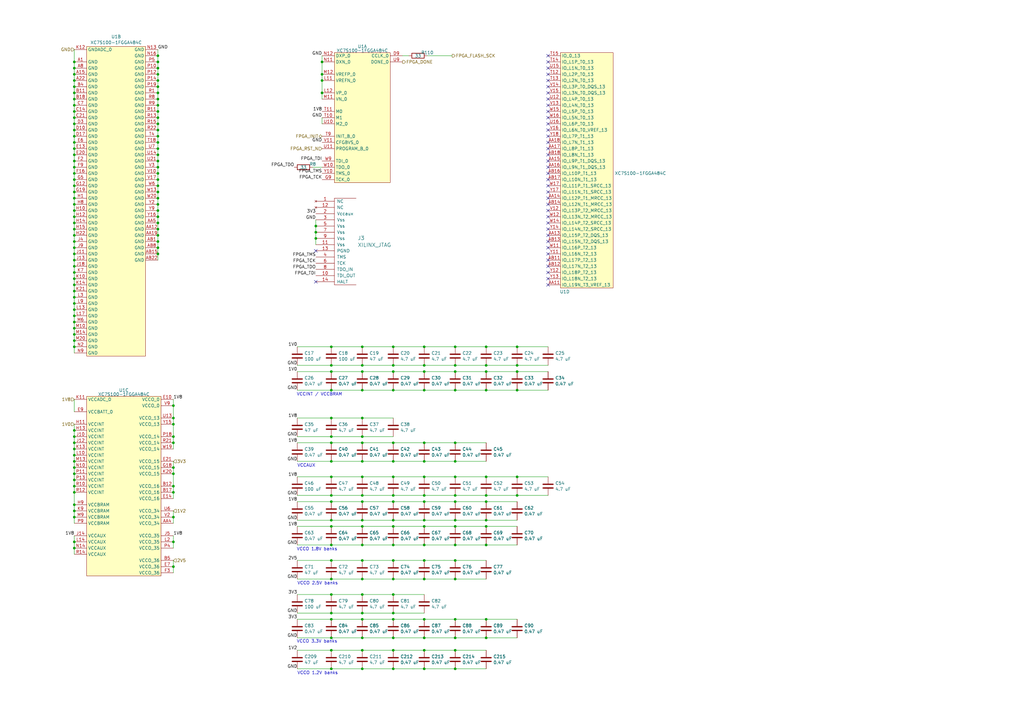
<source format=kicad_sch>
(kicad_sch (version 20231120) (generator "eeschema") (generator_version "8.0")
  (paper "A3")
  (title_block (title "DUMPTRUCK flash dumper") (date "2024-10-20") (rev "0.1") (company "Antikernel Labs") (comment 1 "Andrew D. Zonenberg"))
  (junction (at 64.77 40.64))
  (junction (at 30.48 111.76))
  (junction (at 71.12 173.99))
  (junction (at 148.59 243.84))
  (junction (at 135.89 229.87))
  (junction (at 173.99 254))
  (junction (at 30.48 55.88))
  (junction (at 148.59 251.46))
  (junction (at 135.89 213.36))
  (junction (at 135.89 149.86))
  (junction (at 161.29 237.49))
  (junction (at 64.77 99.06))
  (junction (at 64.77 88.9))
  (junction (at 199.39 152.4))
  (junction (at 173.99 266.7))
  (junction (at 199.39 261.62))
  (junction (at 148.59 179.07))
  (junction (at 135.89 266.7))
  (junction (at 148.59 223.52))
  (junction (at 64.77 91.44))
  (junction (at 186.69 266.7))
  (junction (at 64.77 78.74))
  (junction (at 64.77 30.48))
  (junction (at 30.48 48.26))
  (junction (at 64.77 86.36))
  (junction (at 132.08 30.48))
  (junction (at 161.29 223.52))
  (junction (at 64.77 71.12))
  (junction (at 148.59 203.2))
  (junction (at 212.09 149.86))
  (junction (at 173.99 181.61))
  (junction (at 186.69 261.62))
  (junction (at 71.12 191.77))
  (junction (at 186.69 237.49))
  (junction (at 161.29 203.2))
  (junction (at 161.29 229.87))
  (junction (at 64.77 81.28))
  (junction (at 30.48 109.22))
  (junction (at 212.09 195.58))
  (junction (at 199.39 142.24))
  (junction (at 30.48 71.12))
  (junction (at 30.48 194.31))
  (junction (at 64.77 66.04))
  (junction (at 173.99 152.4))
  (junction (at 148.59 181.61))
  (junction (at 30.48 176.53))
  (junction (at 135.89 189.23))
  (junction (at 135.89 215.9))
  (junction (at 30.48 30.48))
  (junction (at 135.89 181.61))
  (junction (at 30.48 50.8))
  (junction (at 30.48 58.42))
  (junction (at 30.48 35.56))
  (junction (at 199.39 149.86))
  (junction (at 30.48 119.38))
  (junction (at 64.77 101.6))
  (junction (at 148.59 266.7))
  (junction (at 186.69 152.4))
  (junction (at 30.48 53.34))
  (junction (at 30.48 27.94))
  (junction (at 71.12 201.93))
  (junction (at 30.48 99.06))
  (junction (at 64.77 58.42))
  (junction (at 148.59 274.32))
  (junction (at 30.48 139.7))
  (junction (at 30.48 191.77))
  (junction (at 186.69 223.52))
  (junction (at 30.48 142.24))
  (junction (at 30.48 222.25))
  (junction (at 30.48 186.69))
  (junction (at 135.89 160.02))
  (junction (at 64.77 50.8))
  (junction (at 64.77 48.26))
  (junction (at 186.69 189.23))
  (junction (at 30.48 129.54))
  (junction (at 186.69 149.86))
  (junction (at 186.69 254))
  (junction (at 129.54 92.71))
  (junction (at 30.48 88.9))
  (junction (at 173.99 274.32))
  (junction (at 199.39 205.74))
  (junction (at 212.09 160.02))
  (junction (at 30.48 209.55))
  (junction (at 212.09 152.4))
  (junction (at 173.99 195.58))
  (junction (at 30.48 78.74))
  (junction (at 132.08 33.02))
  (junction (at 173.99 229.87))
  (junction (at 186.69 205.74))
  (junction (at 199.39 203.2))
  (junction (at 64.77 76.2))
  (junction (at 30.48 45.72))
  (junction (at 148.59 205.74))
  (junction (at 30.48 134.62))
  (junction (at 64.77 22.86))
  (junction (at 30.48 124.46))
  (junction (at 64.77 96.52))
  (junction (at 30.48 40.64))
  (junction (at 148.59 160.02))
  (junction (at 30.48 104.14))
  (junction (at 135.89 203.2))
  (junction (at 30.48 86.36))
  (junction (at 30.48 38.1))
  (junction (at 135.89 195.58))
  (junction (at 30.48 201.93))
  (junction (at 64.77 55.88))
  (junction (at 71.12 232.41))
  (junction (at 148.59 237.49))
  (junction (at 161.29 243.84))
  (junction (at 71.12 181.61))
  (junction (at 199.39 195.58))
  (junction (at 212.09 142.24))
  (junction (at 71.12 171.45))
  (junction (at 30.48 81.28))
  (junction (at 148.59 189.23))
  (junction (at 64.77 27.94))
  (junction (at 199.39 254))
  (junction (at 161.29 189.23))
  (junction (at 30.48 116.84))
  (junction (at 148.59 215.9))
  (junction (at 71.12 179.07))
  (junction (at 30.48 189.23))
  (junction (at 173.99 189.23))
  (junction (at 135.89 179.07))
  (junction (at 199.39 215.9))
  (junction (at 30.48 181.61))
  (junction (at 71.12 194.31))
  (junction (at 30.48 114.3))
  (junction (at 135.89 251.46))
  (junction (at 132.08 38.1))
  (junction (at 199.39 223.52))
  (junction (at 199.39 160.02))
  (junction (at 186.69 195.58))
  (junction (at 135.89 237.49))
  (junction (at 71.12 212.09))
  (junction (at 186.69 215.9))
  (junction (at 30.48 33.02))
  (junction (at 30.48 101.6))
  (junction (at 30.48 25.4))
  (junction (at 64.77 68.58))
  (junction (at 148.59 195.58))
  (junction (at 30.48 68.58))
  (junction (at 148.59 261.62))
  (junction (at 148.59 171.45))
  (junction (at 135.89 152.4))
  (junction (at 71.12 222.25))
  (junction (at 173.99 142.24))
  (junction (at 30.48 106.68))
  (junction (at 64.77 35.56))
  (junction (at 161.29 254))
  (junction (at 30.48 121.92))
  (junction (at 135.89 142.24))
  (junction (at 161.29 215.9))
  (junction (at 30.48 196.85))
  (junction (at 186.69 181.61))
  (junction (at 30.48 127))
  (junction (at 135.89 243.84))
  (junction (at 186.69 229.87))
  (junction (at 161.29 205.74))
  (junction (at 64.77 25.4))
  (junction (at 30.48 199.39))
  (junction (at 132.08 25.4))
  (junction (at 64.77 38.1))
  (junction (at 173.99 237.49))
  (junction (at 135.89 205.74))
  (junction (at 148.59 229.87))
  (junction (at 71.12 199.39))
  (junction (at 173.99 203.2))
  (junction (at 135.89 223.52))
  (junction (at 135.89 261.62))
  (junction (at 161.29 181.61))
  (junction (at 173.99 149.86))
  (junction (at 161.29 261.62))
  (junction (at 64.77 43.18))
  (junction (at 186.69 160.02))
  (junction (at 173.99 261.62))
  (junction (at 186.69 142.24))
  (junction (at 30.48 212.09))
  (junction (at 173.99 205.74))
  (junction (at 129.54 95.25))
  (junction (at 30.48 137.16))
  (junction (at 173.99 213.36))
  (junction (at 148.59 149.86))
  (junction (at 64.77 93.98))
  (junction (at 161.29 274.32))
  (junction (at 135.89 274.32))
  (junction (at 64.77 83.82))
  (junction (at 148.59 142.24))
  (junction (at 161.29 142.24))
  (junction (at 148.59 152.4))
  (junction (at 64.77 53.34))
  (junction (at 161.29 266.7))
  (junction (at 30.48 184.15))
  (junction (at 161.29 152.4))
  (junction (at 30.48 132.08))
  (junction (at 173.99 215.9))
  (junction (at 64.77 45.72))
  (junction (at 173.99 223.52))
  (junction (at 148.59 254))
  (junction (at 161.29 195.58))
  (junction (at 199.39 213.36))
  (junction (at 30.48 83.82))
  (junction (at 64.77 63.5))
  (junction (at 30.48 76.2))
  (junction (at 30.48 66.04))
  (junction (at 186.69 203.2))
  (junction (at 186.69 213.36))
  (junction (at 30.48 73.66))
  (junction (at 30.48 91.44))
  (junction (at 30.48 179.07))
  (junction (at 161.29 251.46))
  (junction (at 71.12 166.37))
  (junction (at 186.69 274.32))
  (junction (at 135.89 254))
  (junction (at 30.48 43.18))
  (junction (at 30.48 96.52))
  (junction (at 30.48 207.01))
  (junction (at 135.89 171.45))
  (junction (at 173.99 160.02))
  (junction (at 64.77 73.66))
  (junction (at 64.77 104.14))
  (junction (at 212.09 203.2))
  (junction (at 161.29 149.86))
  (junction (at 30.48 93.98))
  (junction (at 30.48 63.5))
  (junction (at 161.29 213.36))
  (junction (at 64.77 33.02))
  (junction (at 161.29 160.02))
  (junction (at 64.77 60.96))
  (junction (at 129.54 97.79))
  (junction (at 30.48 224.79))
  (junction (at 148.59 213.36))
  (junction (at 30.48 60.96))
  (no_connect (at 224.79 73.66))
  (no_connect (at 224.79 30.48))
  (no_connect (at 224.79 96.52))
  (no_connect (at 224.79 58.42))
  (no_connect (at 224.79 116.84))
  (no_connect (at 224.79 99.06))
  (no_connect (at 129.54 115.57))
  (no_connect (at 224.79 91.44))
  (no_connect (at 224.79 93.98))
  (no_connect (at 224.79 25.4))
  (no_connect (at 224.79 86.36))
  (no_connect (at 224.79 35.56))
  (no_connect (at 224.79 43.18))
  (no_connect (at 224.79 111.76))
  (no_connect (at 224.79 83.82))
  (no_connect (at 224.79 53.34))
  (no_connect (at 224.79 50.8))
  (no_connect (at 224.79 78.74))
  (no_connect (at 224.79 68.58))
  (no_connect (at 224.79 76.2))
  (no_connect (at 224.79 81.28))
  (no_connect (at 224.79 45.72))
  (no_connect (at 224.79 106.68))
  (no_connect (at 224.79 48.26))
  (no_connect (at 224.79 63.5))
  (no_connect (at 224.79 22.86))
  (no_connect (at 224.79 114.3))
  (no_connect (at 224.79 40.64))
  (no_connect (at 224.79 71.12))
  (no_connect (at 224.79 60.96))
  (no_connect (at 224.79 101.6))
  (no_connect (at 224.79 27.94))
  (no_connect (at 224.79 104.14))
  (no_connect (at 224.79 38.1))
  (no_connect (at 224.79 88.9))
  (no_connect (at 224.79 66.04))
  (no_connect (at 224.79 55.88))
  (no_connect (at 224.79 33.02))
  (no_connect (at 224.79 109.22))
  (no_connect (at 129.54 102.87))
  (wire (pts (xy 30.48 189.23) (xy 30.48 191.77)))
  (wire (pts (xy 30.48 212.09) (xy 30.48 214.63)))
  (wire (pts (xy 165.1 22.86) (xy 167.64 22.86)))
  (wire (pts (xy 30.48 68.58) (xy 30.48 71.12)))
  (wire (pts (xy 148.59 215.9) (xy 161.29 215.9)))
  (wire (pts (xy 135.89 223.52) (xy 148.59 223.52)))
  (wire (pts (xy 161.29 195.58) (xy 173.99 195.58)))
  (wire (pts (xy 148.59 142.24) (xy 161.29 142.24)))
  (wire (pts (xy 129.54 92.71) (xy 129.54 95.25)))
  (wire (pts (xy 30.48 55.88) (xy 30.48 58.42)))
  (wire (pts (xy 161.29 266.7) (xy 173.99 266.7)))
  (wire (pts (xy 30.48 222.25) (xy 30.48 224.79)))
  (wire (pts (xy 121.92 274.32) (xy 135.89 274.32)))
  (wire (pts (xy 64.77 71.12) (xy 64.77 73.66)))
  (wire (pts (xy 135.89 160.02) (xy 148.59 160.02)))
  (wire (pts (xy 173.99 266.7) (xy 186.69 266.7)))
  (wire (pts (xy 30.48 81.28) (xy 30.48 83.82)))
  (wire (pts (xy 30.48 66.04) (xy 30.48 68.58)))
  (wire (pts (xy 30.48 27.94) (xy 30.48 30.48)))
  (wire (pts (xy 121.92 171.45) (xy 135.89 171.45)))
  (wire (pts (xy 148.59 213.36) (xy 161.29 213.36)))
  (wire (pts (xy 71.12 191.77) (xy 71.12 194.31)))
  (wire (pts (xy 121.92 160.02) (xy 135.89 160.02)))
  (wire (pts (xy 30.48 86.36) (xy 30.48 88.9)))
  (wire (pts (xy 121.92 179.07) (xy 135.89 179.07)))
  (wire (pts (xy 30.48 199.39) (xy 30.48 201.93)))
  (wire (pts (xy 132.08 33.02) (xy 132.08 38.1)))
  (wire (pts (xy 135.89 149.86) (xy 148.59 149.86)))
  (wire (pts (xy 30.48 99.06) (xy 30.48 101.6)))
  (wire (pts (xy 30.48 142.24) (xy 30.48 144.78)))
  (wire (pts (xy 212.09 142.24) (xy 224.79 142.24)))
  (wire (pts (xy 64.77 33.02) (xy 64.77 35.56)))
  (wire (pts (xy 161.29 229.87) (xy 173.99 229.87)))
  (wire (pts (xy 64.77 63.5) (xy 64.77 66.04)))
  (wire (pts (xy 199.39 223.52) (xy 212.09 223.52)))
  (wire (pts (xy 173.99 181.61) (xy 186.69 181.61)))
  (wire (pts (xy 212.09 203.2) (xy 224.79 203.2)))
  (wire (pts (xy 71.12 201.93) (xy 71.12 204.47)))
  (wire (pts (xy 64.77 35.56) (xy 64.77 38.1)))
  (wire (pts (xy 30.48 127) (xy 30.48 129.54)))
  (wire (pts (xy 161.29 152.4) (xy 173.99 152.4)))
  (wire (pts (xy 161.29 215.9) (xy 173.99 215.9)))
  (wire (pts (xy 135.89 171.45) (xy 148.59 171.45)))
  (wire (pts (xy 135.89 203.2) (xy 148.59 203.2)))
  (wire (pts (xy 30.48 124.46) (xy 30.48 127)))
  (wire (pts (xy 186.69 152.4) (xy 199.39 152.4)))
  (wire (pts (xy 30.48 207.01) (xy 30.48 209.55)))
  (wire (pts (xy 121.92 142.24) (xy 135.89 142.24)))
  (wire (pts (xy 199.39 254) (xy 212.09 254)))
  (wire (pts (xy 121.92 213.36) (xy 135.89 213.36)))
  (wire (pts (xy 199.39 152.4) (xy 212.09 152.4)))
  (wire (pts (xy 135.89 237.49) (xy 148.59 237.49)))
  (wire (pts (xy 148.59 229.87) (xy 161.29 229.87)))
  (wire (pts (xy 199.39 195.58) (xy 212.09 195.58)))
  (wire (pts (xy 71.12 232.41) (xy 71.12 234.95)))
  (wire (pts (xy 173.99 237.49) (xy 186.69 237.49)))
  (wire (pts (xy 30.48 63.5) (xy 30.48 66.04)))
  (wire (pts (xy 212.09 149.86) (xy 224.79 149.86)))
  (wire (pts (xy 30.48 106.68) (xy 30.48 109.22)))
  (wire (pts (xy 128.27 68.58) (xy 132.08 68.58)))
  (wire (pts (xy 212.09 160.02) (xy 224.79 160.02)))
  (wire (pts (xy 64.77 86.36) (xy 64.77 88.9)))
  (wire (pts (xy 161.29 251.46) (xy 173.99 251.46)))
  (wire (pts (xy 30.48 111.76) (xy 30.48 114.3)))
  (wire (pts (xy 173.99 223.52) (xy 186.69 223.52)))
  (wire (pts (xy 30.48 96.52) (xy 30.48 99.06)))
  (wire (pts (xy 186.69 229.87) (xy 199.39 229.87)))
  (wire (pts (xy 161.29 160.02) (xy 173.99 160.02)))
  (wire (pts (xy 199.39 213.36) (xy 212.09 213.36)))
  (wire (pts (xy 71.12 179.07) (xy 71.12 181.61)))
  (wire (pts (xy 30.48 119.38) (xy 30.48 121.92)))
  (wire (pts (xy 148.59 243.84) (xy 161.29 243.84)))
  (wire (pts (xy 30.48 40.64) (xy 30.48 43.18)))
  (wire (pts (xy 64.77 45.72) (xy 64.77 48.26)))
  (wire (pts (xy 30.48 78.74) (xy 30.48 81.28)))
  (wire (pts (xy 186.69 189.23) (xy 199.39 189.23)))
  (wire (pts (xy 186.69 142.24) (xy 199.39 142.24)))
  (wire (pts (xy 148.59 189.23) (xy 161.29 189.23)))
  (wire (pts (xy 199.39 261.62) (xy 212.09 261.62)))
  (wire (pts (xy 199.39 215.9) (xy 212.09 215.9)))
  (wire (pts (xy 121.92 205.74) (xy 135.89 205.74)))
  (wire (pts (xy 186.69 160.02) (xy 199.39 160.02)))
  (wire (pts (xy 30.48 60.96) (xy 30.48 63.5)))
  (wire (pts (xy 161.29 203.2) (xy 173.99 203.2)))
  (wire (pts (xy 173.99 160.02) (xy 186.69 160.02)))
  (wire (pts (xy 64.77 88.9) (xy 64.77 91.44)))
  (wire (pts (xy 64.77 96.52) (xy 64.77 99.06)))
  (wire (pts (xy 64.77 104.14) (xy 64.77 106.68)))
  (wire (pts (xy 71.12 189.23) (xy 71.12 191.77)))
  (wire (pts (xy 71.12 229.87) (xy 71.12 232.41)))
  (wire (pts (xy 135.89 251.46) (xy 148.59 251.46)))
  (wire (pts (xy 121.92 181.61) (xy 135.89 181.61)))
  (wire (pts (xy 161.29 213.36) (xy 173.99 213.36)))
  (wire (pts (xy 173.99 215.9) (xy 186.69 215.9)))
  (wire (pts (xy 64.77 22.86) (xy 64.77 25.4)))
  (wire (pts (xy 64.77 99.06) (xy 64.77 101.6)))
  (wire (pts (xy 71.12 209.55) (xy 71.12 212.09)))
  (wire (pts (xy 30.48 194.31) (xy 30.48 196.85)))
  (wire (pts (xy 135.89 215.9) (xy 148.59 215.9)))
  (wire (pts (xy 173.99 213.36) (xy 186.69 213.36)))
  (wire (pts (xy 135.89 205.74) (xy 148.59 205.74)))
  (wire (pts (xy 71.12 212.09) (xy 71.12 214.63)))
  (wire (pts (xy 121.92 243.84) (xy 135.89 243.84)))
  (wire (pts (xy 30.48 201.93) (xy 30.48 207.01)))
  (wire (pts (xy 30.48 196.85) (xy 30.48 199.39)))
  (wire (pts (xy 71.12 219.71) (xy 71.12 222.25)))
  (wire (pts (xy 64.77 81.28) (xy 64.77 83.82)))
  (wire (pts (xy 212.09 195.58) (xy 224.79 195.58)))
  (wire (pts (xy 30.48 173.99) (xy 30.48 176.53)))
  (wire (pts (xy 161.29 237.49) (xy 173.99 237.49)))
  (wire (pts (xy 148.59 205.74) (xy 161.29 205.74)))
  (wire (pts (xy 121.92 237.49) (xy 135.89 237.49)))
  (wire (pts (xy 30.48 134.62) (xy 30.48 137.16)))
  (wire (pts (xy 173.99 229.87) (xy 186.69 229.87)))
  (wire (pts (xy 148.59 237.49) (xy 161.29 237.49)))
  (wire (pts (xy 199.39 149.86) (xy 212.09 149.86)))
  (wire (pts (xy 129.54 95.25) (xy 129.54 97.79)))
  (wire (pts (xy 121.92 149.86) (xy 135.89 149.86)))
  (wire (pts (xy 121.92 261.62) (xy 135.89 261.62)))
  (wire (pts (xy 173.99 203.2) (xy 186.69 203.2)))
  (wire (pts (xy 135.89 274.32) (xy 148.59 274.32)))
  (wire (pts (xy 71.12 166.37) (xy 71.12 171.45)))
  (wire (pts (xy 135.89 243.84) (xy 148.59 243.84)))
  (wire (pts (xy 132.08 30.48) (xy 132.08 33.02)))
  (wire (pts (xy 132.08 25.4) (xy 132.08 30.48)))
  (wire (pts (xy 30.48 25.4) (xy 30.48 27.94)))
  (wire (pts (xy 148.59 223.52) (xy 161.29 223.52)))
  (wire (pts (xy 64.77 58.42) (xy 64.77 60.96)))
  (wire (pts (xy 64.77 50.8) (xy 64.77 53.34)))
  (wire (pts (xy 64.77 38.1) (xy 64.77 40.64)))
  (wire (pts (xy 64.77 101.6) (xy 64.77 104.14)))
  (wire (pts (xy 71.12 222.25) (xy 71.12 224.79)))
  (wire (pts (xy 30.48 45.72) (xy 30.48 48.26)))
  (wire (pts (xy 135.89 181.61) (xy 148.59 181.61)))
  (wire (pts (xy 212.09 152.4) (xy 224.79 152.4)))
  (wire (pts (xy 161.29 142.24) (xy 173.99 142.24)))
  (wire (pts (xy 64.77 78.74) (xy 64.77 81.28)))
  (wire (pts (xy 30.48 224.79) (xy 30.48 227.33)))
  (wire (pts (xy 186.69 261.62) (xy 199.39 261.62)))
  (wire (pts (xy 186.69 274.32) (xy 199.39 274.32)))
  (wire (pts (xy 135.89 195.58) (xy 148.59 195.58)))
  (wire (pts (xy 121.92 152.4) (xy 135.89 152.4)))
  (wire (pts (xy 121.92 254) (xy 135.89 254)))
  (wire (pts (xy 121.92 203.2) (xy 135.89 203.2)))
  (wire (pts (xy 30.48 101.6) (xy 30.48 104.14)))
  (wire (pts (xy 30.48 48.26) (xy 30.48 50.8)))
  (wire (pts (xy 64.77 20.32) (xy 64.77 22.86)))
  (wire (pts (xy 121.92 223.52) (xy 135.89 223.52)))
  (wire (pts (xy 148.59 195.58) (xy 161.29 195.58)))
  (wire (pts (xy 30.48 83.82) (xy 30.48 86.36)))
  (wire (pts (xy 186.69 195.58) (xy 199.39 195.58)))
  (wire (pts (xy 173.99 195.58) (xy 186.69 195.58)))
  (wire (pts (xy 30.48 73.66) (xy 30.48 76.2)))
  (wire (pts (xy 64.77 40.64) (xy 64.77 43.18)))
  (wire (pts (xy 186.69 215.9) (xy 199.39 215.9)))
  (wire (pts (xy 132.08 38.1) (xy 132.08 40.64)))
  (wire (pts (xy 30.48 58.42) (xy 30.48 60.96)))
  (wire (pts (xy 135.89 142.24) (xy 148.59 142.24)))
  (wire (pts (xy 30.48 30.48) (xy 30.48 33.02)))
  (wire (pts (xy 30.48 20.32) (xy 30.48 25.4)))
  (wire (pts (xy 173.99 205.74) (xy 186.69 205.74)))
  (wire (pts (xy 148.59 254) (xy 161.29 254)))
  (wire (pts (xy 135.89 261.62) (xy 148.59 261.62)))
  (wire (pts (xy 64.77 53.34) (xy 64.77 55.88)))
  (wire (pts (xy 161.29 243.84) (xy 173.99 243.84)))
  (wire (pts (xy 186.69 237.49) (xy 199.39 237.49)))
  (wire (pts (xy 121.92 266.7) (xy 135.89 266.7)))
  (wire (pts (xy 30.48 186.69) (xy 30.48 189.23)))
  (wire (pts (xy 186.69 205.74) (xy 199.39 205.74)))
  (wire (pts (xy 64.77 27.94) (xy 64.77 30.48)))
  (wire (pts (xy 30.48 91.44) (xy 30.48 93.98)))
  (wire (pts (xy 186.69 213.36) (xy 199.39 213.36)))
  (wire (pts (xy 64.77 48.26) (xy 64.77 50.8)))
  (wire (pts (xy 64.77 83.82) (xy 64.77 86.36)))
  (wire (pts (xy 64.77 76.2) (xy 64.77 78.74)))
  (wire (pts (xy 30.48 38.1) (xy 30.48 40.64)))
  (wire (pts (xy 135.89 213.36) (xy 148.59 213.36)))
  (wire (pts (xy 148.59 266.7) (xy 161.29 266.7)))
  (wire (pts (xy 148.59 149.86) (xy 161.29 149.86)))
  (wire (pts (xy 30.48 35.56) (xy 30.48 38.1)))
  (wire (pts (xy 121.92 251.46) (xy 135.89 251.46)))
  (wire (pts (xy 30.48 121.92) (xy 30.48 124.46)))
  (wire (pts (xy 148.59 160.02) (xy 161.29 160.02)))
  (wire (pts (xy 121.92 229.87) (xy 135.89 229.87)))
  (wire (pts (xy 30.48 139.7) (xy 30.48 142.24)))
  (wire (pts (xy 30.48 137.16) (xy 30.48 139.7)))
  (wire (pts (xy 30.48 93.98) (xy 30.48 96.52)))
  (wire (pts (xy 199.39 203.2) (xy 212.09 203.2)))
  (wire (pts (xy 71.12 181.61) (xy 71.12 184.15)))
  (wire (pts (xy 71.12 173.99) (xy 71.12 179.07)))
  (wire (pts (xy 186.69 266.7) (xy 199.39 266.7)))
  (wire (pts (xy 161.29 149.86) (xy 173.99 149.86)))
  (wire (pts (xy 135.89 254) (xy 148.59 254)))
  (wire (pts (xy 30.48 88.9) (xy 30.48 91.44)))
  (wire (pts (xy 199.39 160.02) (xy 212.09 160.02)))
  (wire (pts (xy 30.48 116.84) (xy 30.48 119.38)))
  (wire (pts (xy 173.99 142.24) (xy 186.69 142.24)))
  (wire (pts (xy 64.77 66.04) (xy 64.77 68.58)))
  (wire (pts (xy 64.77 91.44) (xy 64.77 93.98)))
  (wire (pts (xy 186.69 149.86) (xy 199.39 149.86)))
  (wire (pts (xy 30.48 176.53) (xy 30.48 179.07)))
  (wire (pts (xy 129.54 90.17) (xy 129.54 92.71)))
  (wire (pts (xy 30.48 76.2) (xy 30.48 78.74)))
  (wire (pts (xy 64.77 60.96) (xy 64.77 63.5)))
  (wire (pts (xy 186.69 223.52) (xy 199.39 223.52)))
  (wire (pts (xy 186.69 181.61) (xy 199.39 181.61)))
  (wire (pts (xy 132.08 48.26) (xy 132.08 50.8)))
  (wire (pts (xy 148.59 152.4) (xy 161.29 152.4)))
  (wire (pts (xy 175.26 22.86) (xy 185.42 22.86)))
  (wire (pts (xy 199.39 142.24) (xy 212.09 142.24)))
  (wire (pts (xy 30.48 104.14) (xy 30.48 106.68)))
  (wire (pts (xy 132.08 22.86) (xy 132.08 25.4)))
  (wire (pts (xy 135.89 189.23) (xy 148.59 189.23)))
  (wire (pts (xy 30.48 109.22) (xy 30.48 111.76)))
  (wire (pts (xy 135.89 179.07) (xy 148.59 179.07)))
  (wire (pts (xy 148.59 181.61) (xy 161.29 181.61)))
  (wire (pts (xy 148.59 203.2) (xy 161.29 203.2)))
  (wire (pts (xy 161.29 189.23) (xy 173.99 189.23)))
  (wire (pts (xy 64.77 68.58) (xy 64.77 71.12)))
  (wire (pts (xy 161.29 274.32) (xy 173.99 274.32)))
  (wire (pts (xy 30.48 71.12) (xy 30.48 73.66)))
  (wire (pts (xy 186.69 254) (xy 199.39 254)))
  (wire (pts (xy 30.48 179.07) (xy 30.48 181.61)))
  (wire (pts (xy 161.29 261.62) (xy 173.99 261.62)))
  (wire (pts (xy 71.12 199.39) (xy 71.12 201.93)))
  (wire (pts (xy 148.59 179.07) (xy 161.29 179.07)))
  (wire (pts (xy 121.92 215.9) (xy 135.89 215.9)))
  (wire (pts (xy 173.99 274.32) (xy 186.69 274.32)))
  (wire (pts (xy 64.77 30.48) (xy 64.77 33.02)))
  (wire (pts (xy 30.48 33.02) (xy 30.48 35.56)))
  (wire (pts (xy 135.89 229.87) (xy 148.59 229.87)))
  (wire (pts (xy 148.59 171.45) (xy 161.29 171.45)))
  (wire (pts (xy 30.48 219.71) (xy 30.48 222.25)))
  (wire (pts (xy 148.59 261.62) (xy 161.29 261.62)))
  (wire (pts (xy 135.89 266.7) (xy 148.59 266.7)))
  (wire (pts (xy 30.48 129.54) (xy 30.48 132.08)))
  (wire (pts (xy 71.12 163.83) (xy 71.12 166.37)))
  (wire (pts (xy 161.29 181.61) (xy 173.99 181.61)))
  (wire (pts (xy 30.48 191.77) (xy 30.48 194.31)))
  (wire (pts (xy 64.77 73.66) (xy 64.77 76.2)))
  (wire (pts (xy 30.48 114.3) (xy 30.48 116.84)))
  (wire (pts (xy 71.12 171.45) (xy 71.12 173.99)))
  (wire (pts (xy 161.29 254) (xy 173.99 254)))
  (wire (pts (xy 30.48 53.34) (xy 30.48 55.88)))
  (wire (pts (xy 173.99 261.62) (xy 186.69 261.62)))
  (wire (pts (xy 161.29 223.52) (xy 173.99 223.52)))
  (wire (pts (xy 173.99 152.4) (xy 186.69 152.4)))
  (wire (pts (xy 161.29 205.74) (xy 173.99 205.74)))
  (wire (pts (xy 30.48 181.61) (xy 30.48 184.15)))
  (wire (pts (xy 121.92 189.23) (xy 135.89 189.23)))
  (wire (pts (xy 64.77 43.18) (xy 64.77 45.72)))
  (wire (pts (xy 173.99 254) (xy 186.69 254)))
  (wire (pts (xy 71.12 194.31) (xy 71.12 199.39)))
  (wire (pts (xy 148.59 274.32) (xy 161.29 274.32)))
  (wire (pts (xy 30.48 132.08) (xy 30.48 134.62)))
  (wire (pts (xy 30.48 50.8) (xy 30.48 53.34)))
  (wire (pts (xy 64.77 25.4) (xy 64.77 27.94)))
  (wire (pts (xy 30.48 209.55) (xy 30.48 212.09)))
  (wire (pts (xy 64.77 55.88) (xy 64.77 58.42)))
  (wire (pts (xy 199.39 205.74) (xy 212.09 205.74)))
  (wire (pts (xy 121.92 195.58) (xy 135.89 195.58)))
  (wire (pts (xy 148.59 251.46) (xy 161.29 251.46)))
  (wire (pts (xy 129.54 97.79) (xy 129.54 100.33)))
  (wire (pts (xy 64.77 93.98) (xy 64.77 96.52)))
  (wire (pts (xy 30.48 163.83) (xy 30.48 168.91)))
  (wire (pts (xy 30.48 43.18) (xy 30.48 45.72)))
  (wire (pts (xy 30.48 184.15) (xy 30.48 186.69)))
  (wire (pts (xy 186.69 203.2) (xy 199.39 203.2)))
  (wire (pts (xy 173.99 189.23) (xy 186.69 189.23)))
  (wire (pts (xy 135.89 152.4) (xy 148.59 152.4)))
  (wire (pts (xy 173.99 149.86) (xy 186.69 149.86)))
  (text "VCCO 1.2V banks" (at 121.92 276.098 0) (effects (font (size 1.27 1.27)) (justify left)))
  (text "VCCO 2.5V banks" (at 121.92 239.268 0) (effects (font (size 1.27 1.27)) (justify left)))
  (text "VCCAUX" (at 121.92 191.008 0) (effects (font (size 1.27 1.27)) (justify left)))
  (text "VCCO 3.3V banks" (at 121.666 263.144 0) (effects (font (size 1.27 1.27)) (justify left)))
  (text "VCCINT / VCCBRAM" (at 121.666 161.798 0) (effects (font (size 1.27 1.27)) (justify left)))
  (text "VCCO 1.8V banks" (at 121.666 225.298 0) (effects (font (size 1.27 1.27)) (justify left)))
  (label "GND" (at 132.08 48.26 180))
  (label "1V8" (at 121.92 195.58 180))
  (label "1V8" (at 121.92 215.9 180))
  (label "GND" (at 121.92 223.52 180))
  (label "GND" (at 129.54 90.17 180))
  (label "GND" (at 121.92 274.32 180))
  (label "1V8" (at 121.92 205.74 180))
  (label "1V8" (at 71.12 219.71 0))
  (label "1V8" (at 121.92 171.45 180))
  (label "GND" (at 121.92 251.46 180))
  (label "1V0" (at 121.92 152.4 180))
  (label "2V5" (at 121.92 229.87 180))
  (label "1V2" (at 121.92 266.7 180))
  (label "FPGA_TDO" (at 120.65 68.58 180))
  (label "GND" (at 121.92 237.49 180))
  (label "1V8" (at 30.48 219.71 180))
  (label "1V8" (at 121.92 181.61 180))
  (label "FPGA_TDI" (at 129.54 113.03 180))
  (label "1V8" (at 132.08 45.72 180))
  (label "GND" (at 121.92 261.62 180))
  (label "GND" (at 121.92 203.2 180))
  (label "GND" (at 121.92 213.36 180))
  (label "FPGA_TMS" (at 129.54 105.41 180))
  (label "FPGA_TCK" (at 132.08 73.66 180))
  (label "3V3" (at 129.54 87.63 180))
  (label "FPGA_TDO" (at 129.54 110.49 180))
  (label "3V3" (at 121.92 243.84 180))
  (label "GND" (at 121.92 160.02 180))
  (label "FPGA_TDI" (at 132.08 66.04 180))
  (label "GND" (at 64.77 20.32 0))
  (label "GND" (at 132.08 58.42 180))
  (label "1V0" (at 121.92 142.24 180))
  (label "3V3" (at 121.92 254 180))
  (label "GND" (at 121.92 149.86 180))
  (label "FPGA_TCK" (at 129.54 107.95 180))
  (label "FPGA_TMS" (at 132.08 71.12 180))
  (label "1V8" (at 71.12 163.83 0))
  (label "GND" (at 121.92 179.07 180))
  (label "GND" (at 132.08 22.86 180))
  (label "GND" (at 121.92 189.23 180))
  (hierarchical_label "1V8" (shape input) (at 30.48 163.83 180))
  (hierarchical_label "1V2" (shape input) (at 71.12 209.55 0))
  (hierarchical_label "2V5" (shape input) (at 71.12 229.87 0))
  (hierarchical_label "3V3" (shape input) (at 71.12 189.23 0))
  (hierarchical_label "FPGA_FLASH_SCK" (shape output) (at 185.42 22.86 0))
  (hierarchical_label "GND" (shape input) (at 30.48 20.32 180))
  (hierarchical_label "1V0" (shape input) (at 30.48 173.99 180))
  (hierarchical_label "FPGA_DONE" (shape output) (at 165.1 25.4 0))
  (hierarchical_label "FPGA_RST_N" (shape input) (at 132.08 60.96 180))
  (hierarchical_label "FPGA_INIT" (shape bidirectional) (at 132.08 55.88 180))
  (symbol (lib_id "device:C") (at 212.09 199.39 0) (unit 1)
    (property "Reference" "C53" (at 215.011 198.1778 0) (effects (justify left)))
    (property "Value" "4.7 uF" (at 215.011 200.6021 0) (effects (justify left)))
    (property "Footprint" "azonenberg_pcb:EIA_0603_CAP_NOSILK" (effects (hide yes)))
    (property "Description" "Unpolarized capacitor" (effects (hide yes)))
  )
  (symbol (lib_id "xilinx-azonenberg:XILINX_JTAG") (at 129.54 115.57 0) (unit 1)
    (property "Reference" "J3" (at 146.685 97.6435 0) (effects (font (size 1.524 1.524)) (justify left)))
    (property "Value" "XILINX_JTAG" (at 146.685 100.4764 0) (effects (font (size 1.524 1.524)) (justify left)))
    (property "Footprint" "azonenberg_pcb:XILINX_JTAG_PTH_MOLEX_0878311420" (effects (hide yes)))
  )
  (symbol (lib_id "device:C") (at 161.29 257.81 0) (unit 1)
    (property "Reference" "C86" (at 164.211 256.5978 0) (effects (justify left)))
    (property "Value" "0.47 uF" (at 164.211 259.0221 0) (effects (justify left)))
    (property "Footprint" "azonenberg_pcb:EIA_0402_CAP_NOSILK" (effects (hide yes)))
    (property "Description" "Unpolarized capacitor" (effects (hide yes)))
  )
  (symbol (lib_id "device:C") (at 135.89 270.51 0) (unit 1)
    (property "Reference" "C210" (at 138.811 269.2978 0) (effects (justify left)))
    (property "Value" "4.7 uF" (at 138.811 271.7221 0) (effects (justify left)))
    (property "Footprint" "azonenberg_pcb:EIA_0603_CAP_NOSILK" (effects (hide yes)))
    (property "Description" "Unpolarized capacitor" (effects (hide yes)))
  )
  (symbol (lib_id "device:C") (at 173.99 199.39 0) (unit 1)
    (property "Reference" "C50" (at 176.911 198.1778 0) (effects (justify left)))
    (property "Value" "4.7 uF" (at 176.911 200.6021 0) (effects (justify left)))
    (property "Footprint" "azonenberg_pcb:EIA_0603_CAP_NOSILK" (effects (hide yes)))
    (property "Description" "Unpolarized capacitor" (effects (hide yes)))
  )
  (symbol (lib_id "device:C") (at 121.92 270.51 0) (unit 1)
    (property "Reference" "C209" (at 124.841 269.2978 0) (effects (justify left)))
    (property "Value" "47 uF" (at 124.841 271.7221 0) (effects (justify left)))
    (property "Footprint" "azonenberg_pcb:EIA_1210_CAP_NOSILK" (effects (hide yes)))
    (property "Description" "Unpolarized capacitor" (effects (hide yes)))
  )
  (symbol (lib_id "device:C") (at 186.69 219.71 0) (unit 1)
    (property "Reference" "C68" (at 189.611 218.4978 0) (effects (justify left)))
    (property "Value" "0.47 uF" (at 189.611 220.9221 0) (effects (justify left)))
    (property "Footprint" "azonenberg_pcb:EIA_0402_CAP_NOSILK" (effects (hide yes)))
    (property "Description" "Unpolarized capacitor" (effects (hide yes)))
  )
  (symbol (lib_id "device:C") (at 224.79 146.05 0) (unit 1)
    (property "Reference" "C25" (at 227.711 144.8378 0) (effects (justify left)))
    (property "Value" "4.7 uF" (at 227.711 147.2621 0) (effects (justify left)))
    (property "Footprint" "azonenberg_pcb:EIA_0603_CAP_NOSILK" (effects (hide yes)))
    (property "Description" "Unpolarized capacitor" (effects (hide yes)))
  )
  (symbol (lib_id "device:C") (at 121.92 209.55 0) (unit 1)
    (property "Reference" "C55" (at 124.841 208.3378 0) (effects (justify left)))
    (property "Value" "0.47 uF" (at 124.841 210.7621 0) (effects (justify left)))
    (property "Footprint" "azonenberg_pcb:EIA_0402_CAP_NOSILK" (effects (hide yes)))
    (property "Description" "Unpolarized capacitor" (effects (hide yes)))
  )
  (symbol (lib_id "device:C") (at 148.59 209.55 0) (unit 1)
    (property "Reference" "C57" (at 151.511 208.3378 0) (effects (justify left)))
    (property "Value" "0.47 uF" (at 151.511 210.7621 0) (effects (justify left)))
    (property "Footprint" "azonenberg_pcb:EIA_0402_CAP_NOSILK" (effects (hide yes)))
    (property "Description" "Unpolarized capacitor" (effects (hide yes)))
  )
  (symbol (lib_id "device:C") (at 186.69 233.68 0) (unit 1)
    (property "Reference" "C76" (at 189.611 232.4678 0) (effects (justify left)))
    (property "Value" "0.47 uF" (at 189.611 234.8921 0) (effects (justify left)))
    (property "Footprint" "azonenberg_pcb:EIA_0402_CAP_NOSILK" (effects (hide yes)))
    (property "Description" "Unpolarized capacitor" (effects (hide yes)))
  )
  (symbol (lib_id "device:C") (at 161.29 219.71 0) (unit 1)
    (property "Reference" "C66" (at 164.211 218.4978 0) (effects (justify left)))
    (property "Value" "0.47 uF" (at 164.211 220.9221 0) (effects (justify left)))
    (property "Footprint" "azonenberg_pcb:EIA_0402_CAP_NOSILK" (effects (hide yes)))
    (property "Description" "Unpolarized capacitor" (effects (hide yes)))
  )
  (symbol (lib_id "device:C") (at 135.89 146.05 0) (unit 1)
    (property "Reference" "C18" (at 138.811 144.8378 0) (effects (justify left)))
    (property "Value" "100 uF" (at 138.811 147.2621 0) (effects (justify left)))
    (property "Footprint" "azonenberg_pcb:EIA_1206_CAP_NOSILK" (effects (hide yes)))
    (property "Description" "Unpolarized capacitor" (effects (hide yes)))
  )
  (symbol (lib_id "device:C") (at 148.59 175.26 0) (unit 1)
    (property "Reference" "C37" (at 151.511 174.0478 0) (effects (justify left)))
    (property "Value" "4.7 uF" (at 151.511 176.4721 0) (effects (justify left)))
    (property "Footprint" "azonenberg_pcb:EIA_0603_CAP_NOSILK" (effects (hide yes)))
    (property "Description" "Unpolarized capacitor" (effects (hide yes)))
  )
  (symbol (lib_id "device:C") (at 186.69 185.42 0) (unit 1)
    (property "Reference" "C44" (at 189.611 184.2078 0) (effects (justify left)))
    (property "Value" "0.47 uF" (at 189.611 186.6321 0) (effects (justify left)))
    (property "Footprint" "azonenberg_pcb:EIA_0402_CAP_NOSILK" (effects (hide yes)))
    (property "Description" "Unpolarized capacitor" (effects (hide yes)))
  )
  (symbol (lib_id "xilinx-azonenberg:XC7Sx-xFGGA484x") (at 229.87 118.11 0) (unit 4)
    (property "Reference" "U1" (at 229.616 119.634 0) (effects (justify left)))
    (property "Value" "XC7S100-1FGGA484C" (at 252.095 71.0622 0) (effects (justify left)))
    (property "Footprint" "azonenberg_pcb:BGA_484_22x22_FULLARRAY_1MM" (effects (hide yes)))
  )
  (symbol (lib_id "device:C") (at 135.89 233.68 0) (unit 1)
    (property "Reference" "C72" (at 138.811 232.4678 0) (effects (justify left)))
    (property "Value" "4.7 uF" (at 138.811 234.8921 0) (effects (justify left)))
    (property "Footprint" "azonenberg_pcb:EIA_0603_CAP_NOSILK" (effects (hide yes)))
    (property "Description" "Unpolarized capacitor" (effects (hide yes)))
  )
  (symbol (lib_id "device:C") (at 121.92 156.21 0) (unit 1)
    (property "Reference" "C26" (at 124.841 154.9978 0) (effects (justify left)))
    (property "Value" "0.47 uF" (at 124.841 157.4221 0) (effects (justify left)))
    (property "Footprint" "azonenberg_pcb:EIA_0402_CAP_NOSILK" (effects (hide yes)))
    (property "Description" "Unpolarized capacitor" (effects (hide yes)))
  )
  (symbol (lib_id "device:C") (at 121.92 175.26 0) (unit 1)
    (property "Reference" "C35" (at 124.841 174.0478 0) (effects (justify left)))
    (property "Value" "47 uF" (at 124.841 176.4721 0) (effects (justify left)))
    (property "Footprint" "azonenberg_pcb:EIA_1210_CAP_NOSILK" (effects (hide yes)))
    (property "Description" "Unpolarized capacitor" (effects (hide yes)))
  )
  (symbol (lib_id "device:R") (at 124.46 68.58 90) (unit 1)
    (property "Reference" "R8" (at 128.27 67.31 90))
    (property "Value" "33" (at 124.46 68.58 90))
    (property "Footprint" "azonenberg_pcb:EIA_0402_RES_NOSILK" (effects (hide yes)))
    (property "Description" "Resistor" (effects (hide yes)))
  )
  (symbol (lib_id "device:C") (at 199.39 219.71 0) (unit 1)
    (property "Reference" "C69" (at 202.311 218.4978 0) (effects (justify left)))
    (property "Value" "0.47 uF" (at 202.311 220.9221 0) (effects (justify left)))
    (property "Footprint" "azonenberg_pcb:EIA_0402_CAP_NOSILK" (effects (hide yes)))
    (property "Description" "Unpolarized capacitor" (effects (hide yes)))
  )
  (symbol (lib_id "device:C") (at 173.99 146.05 0) (unit 1)
    (property "Reference" "C21" (at 176.911 144.8378 0) (effects (justify left)))
    (property "Value" "4.7 uF" (at 176.911 147.2621 0) (effects (justify left)))
    (property "Footprint" "azonenberg_pcb:EIA_0603_CAP_NOSILK" (effects (hide yes)))
    (property "Description" "Unpolarized capacitor" (effects (hide yes)))
  )
  (symbol (lib_id "device:C") (at 121.92 199.39 0) (unit 1)
    (property "Reference" "C46" (at 124.841 198.1778 0) (effects (justify left)))
    (property "Value" "100 uF" (at 124.841 200.6021 0) (effects (justify left)))
    (property "Footprint" "azonenberg_pcb:EIA_1206_CAP_NOSILK" (effects (hide yes)))
    (property "Description" "Unpolarized capacitor" (effects (hide yes)))
  )
  (symbol (lib_id "device:C") (at 148.59 156.21 0) (unit 1)
    (property "Reference" "C28" (at 151.511 154.9978 0) (effects (justify left)))
    (property "Value" "0.47 uF" (at 151.511 157.4221 0) (effects (justify left)))
    (property "Footprint" "azonenberg_pcb:EIA_0402_CAP_NOSILK" (effects (hide yes)))
    (property "Description" "Unpolarized capacitor" (effects (hide yes)))
  )
  (symbol (lib_id "device:C") (at 148.59 219.71 0) (unit 1)
    (property "Reference" "C65" (at 151.511 218.4978 0) (effects (justify left)))
    (property "Value" "0.47 uF" (at 151.511 220.9221 0) (effects (justify left)))
    (property "Footprint" "azonenberg_pcb:EIA_0402_CAP_NOSILK" (effects (hide yes)))
    (property "Description" "Unpolarized capacitor" (effects (hide yes)))
  )
  (symbol (lib_id "device:C") (at 173.99 247.65 0) (unit 1)
    (property "Reference" "C82" (at 176.911 246.4378 0) (effects (justify left)))
    (property "Value" "4.7 uF" (at 176.911 248.8621 0) (effects (justify left)))
    (property "Footprint" "azonenberg_pcb:EIA_0603_CAP_NOSILK" (effects (hide yes)))
    (property "Description" "Unpolarized capacitor" (effects (hide yes)))
  )
  (symbol (lib_id "device:C") (at 135.89 175.26 0) (unit 1)
    (property "Reference" "C36" (at 138.811 174.0478 0) (effects (justify left)))
    (property "Value" "4.7 uF" (at 138.811 176.4721 0) (effects (justify left)))
    (property "Footprint" "azonenberg_pcb:EIA_0603_CAP_NOSILK" (effects (hide yes)))
    (property "Description" "Unpolarized capacitor" (effects (hide yes)))
  )
  (symbol (lib_id "device:C") (at 161.29 156.21 0) (unit 1)
    (property "Reference" "C29" (at 164.211 154.9978 0) (effects (justify left)))
    (property "Value" "0.47 uF" (at 164.211 157.4221 0) (effects (justify left)))
    (property "Footprint" "azonenberg_pcb:EIA_0402_CAP_NOSILK" (effects (hide yes)))
    (property "Description" "Unpolarized capacitor" (effects (hide yes)))
  )
  (symbol (lib_id "device:C") (at 161.29 247.65 0) (unit 1)
    (property "Reference" "C81" (at 164.211 246.4378 0) (effects (justify left)))
    (property "Value" "4.7 uF" (at 164.211 248.8621 0) (effects (justify left)))
    (property "Footprint" "azonenberg_pcb:EIA_0603_CAP_NOSILK" (effects (hide yes)))
    (property "Description" "Unpolarized capacitor" (effects (hide yes)))
  )
  (symbol (lib_id "device:C") (at 135.89 247.65 0) (unit 1)
    (property "Reference" "C79" (at 138.811 246.4378 0) (effects (justify left)))
    (property "Value" "4.7 uF" (at 138.811 248.8621 0) (effects (justify left)))
    (property "Footprint" "azonenberg_pcb:EIA_0603_CAP_NOSILK" (effects (hide yes)))
    (property "Description" "Unpolarized capacitor" (effects (hide yes)))
  )
  (symbol (lib_id "device:C") (at 161.29 199.39 0) (unit 1)
    (property "Reference" "C49" (at 164.211 198.1778 0) (effects (justify left)))
    (property "Value" "4.7 uF" (at 164.211 200.6021 0) (effects (justify left)))
    (property "Footprint" "azonenberg_pcb:EIA_0603_CAP_NOSILK" (effects (hide yes)))
    (property "Description" "Unpolarized capacitor" (effects (hide yes)))
  )
  (symbol (lib_id "device:C") (at 161.29 175.26 0) (unit 1)
    (property "Reference" "C38" (at 164.211 174.0478 0) (effects (justify left)))
    (property "Value" "4.7 uF" (at 164.211 176.4721 0) (effects (justify left)))
    (property "Footprint" "azonenberg_pcb:EIA_0603_CAP_NOSILK" (effects (hide yes)))
    (property "Description" "Unpolarized capacitor" (effects (hide yes)))
  )
  (symbol (lib_id "device:C") (at 199.39 156.21 0) (unit 1)
    (property "Reference" "C32" (at 202.311 154.9978 0) (effects (justify left)))
    (property "Value" "0.47 uF" (at 202.311 157.4221 0) (effects (justify left)))
    (property "Footprint" "azonenberg_pcb:EIA_0402_CAP_NOSILK" (effects (hide yes)))
    (property "Description" "Unpolarized capacitor" (effects (hide yes)))
  )
  (symbol (lib_id "device:C") (at 173.99 209.55 0) (unit 1)
    (property "Reference" "C59" (at 176.911 208.3378 0) (effects (justify left)))
    (property "Value" "0.47 uF" (at 176.911 210.7621 0) (effects (justify left)))
    (property "Footprint" "azonenberg_pcb:EIA_0402_CAP_NOSILK" (effects (hide yes)))
    (property "Description" "Unpolarized capacitor" (effects (hide yes)))
  )
  (symbol (lib_id "device:C") (at 148.59 270.51 0) (unit 1)
    (property "Reference" "C211" (at 151.511 269.2978 0) (effects (justify left)))
    (property "Value" "4.7 uF" (at 151.511 271.7221 0) (effects (justify left)))
    (property "Footprint" "azonenberg_pcb:EIA_0603_CAP_NOSILK" (effects (hide yes)))
    (property "Description" "Unpolarized capacitor" (effects (hide yes)))
  )
  (symbol (lib_id "device:C") (at 173.99 219.71 0) (unit 1)
    (property "Reference" "C67" (at 176.911 218.4978 0) (effects (justify left)))
    (property "Value" "0.47 uF" (at 176.911 220.9221 0) (effects (justify left)))
    (property "Footprint" "azonenberg_pcb:EIA_0402_CAP_NOSILK" (effects (hide yes)))
    (property "Description" "Unpolarized capacitor" (effects (hide yes)))
  )
  (symbol (lib_id "device:C") (at 186.69 257.81 0) (unit 1)
    (property "Reference" "C88" (at 189.611 256.5978 0) (effects (justify left)))
    (property "Value" "0.47 uF" (at 189.611 259.0221 0) (effects (justify left)))
    (property "Footprint" "azonenberg_pcb:EIA_0402_CAP_NOSILK" (effects (hide yes)))
    (property "Description" "Unpolarized capacitor" (effects (hide yes)))
  )
  (symbol (lib_id "device:C") (at 121.92 257.81 0) (unit 1)
    (property "Reference" "C83" (at 124.841 256.5978 0) (effects (justify left)))
    (property "Value" "0.47 uF" (at 124.841 259.0221 0) (effects (justify left)))
    (property "Footprint" "azonenberg_pcb:EIA_0402_CAP_NOSILK" (effects (hide yes)))
    (property "Description" "Unpolarized capacitor" (effects (hide yes)))
  )
  (symbol (lib_id "device:C") (at 173.99 156.21 0) (unit 1)
    (property "Reference" "C30" (at 176.911 154.9978 0) (effects (justify left)))
    (property "Value" "0.47 uF" (at 176.911 157.4221 0) (effects (justify left)))
    (property "Footprint" "azonenberg_pcb:EIA_0402_CAP_NOSILK" (effects (hide yes)))
    (property "Description" "Unpolarized capacitor" (effects (hide yes)))
  )
  (symbol (lib_id "device:C") (at 135.89 199.39 0) (unit 1)
    (property "Reference" "C47" (at 138.811 198.1778 0) (effects (justify left)))
    (property "Value" "4.7 uF" (at 138.811 200.6021 0) (effects (justify left)))
    (property "Footprint" "azonenberg_pcb:EIA_0603_CAP_NOSILK" (effects (hide yes)))
    (property "Description" "Unpolarized capacitor" (effects (hide yes)))
  )
  (symbol (lib_id "device:C") (at 135.89 209.55 0) (unit 1)
    (property "Reference" "C56" (at 138.811 208.3378 0) (effects (justify left)))
    (property "Value" "0.47 uF" (at 138.811 210.7621 0) (effects (justify left)))
    (property "Footprint" "azonenberg_pcb:EIA_0402_CAP_NOSILK" (effects (hide yes)))
    (property "Description" "Unpolarized capacitor" (effects (hide yes)))
  )
  (symbol (lib_id "device:C") (at 135.89 257.81 0) (unit 1)
    (property "Reference" "C84" (at 138.811 256.5978 0) (effects (justify left)))
    (property "Value" "0.47 uF" (at 138.811 259.0221 0) (effects (justify left)))
    (property "Footprint" "azonenberg_pcb:EIA_0402_CAP_NOSILK" (effects (hide yes)))
    (property "Description" "Unpolarized capacitor" (effects (hide yes)))
  )
  (symbol (lib_id "device:C") (at 199.39 233.68 0) (unit 1)
    (property "Reference" "C77" (at 202.311 232.4678 0) (effects (justify left)))
    (property "Value" "0.47 uF" (at 202.311 234.8921 0) (effects (justify left)))
    (property "Footprint" "azonenberg_pcb:EIA_0402_CAP_NOSILK" (effects (hide yes)))
    (property "Description" "Unpolarized capacitor" (effects (hide yes)))
  )
  (symbol (lib_id "device:C") (at 186.69 156.21 0) (unit 1)
    (property "Reference" "C31" (at 189.611 154.9978 0) (effects (justify left)))
    (property "Value" "0.47 uF" (at 189.611 157.4221 0) (effects (justify left)))
    (property "Footprint" "azonenberg_pcb:EIA_0402_CAP_NOSILK" (effects (hide yes)))
    (property "Description" "Unpolarized capacitor" (effects (hide yes)))
  )
  (symbol (lib_id "device:C") (at 173.99 233.68 0) (unit 1)
    (property "Reference" "C75" (at 176.911 232.4678 0) (effects (justify left)))
    (property "Value" "0.47 uF" (at 176.911 234.8921 0) (effects (justify left)))
    (property "Footprint" "azonenberg_pcb:EIA_0402_CAP_NOSILK" (effects (hide yes)))
    (property "Description" "Unpolarized capacitor" (effects (hide yes)))
  )
  (symbol (lib_id "device:C") (at 148.59 199.39 0) (unit 1)
    (property "Reference" "C48" (at 151.511 198.1778 0) (effects (justify left)))
    (property "Value" "4.7 uF" (at 151.511 200.6021 0) (effects (justify left)))
    (property "Footprint" "azonenberg_pcb:EIA_0603_CAP_NOSILK" (effects (hide yes)))
    (property "Description" "Unpolarized capacitor" (effects (hide yes)))
  )
  (symbol (lib_id "device:C") (at 199.39 146.05 0) (unit 1)
    (property "Reference" "C23" (at 202.311 144.8378 0) (effects (justify left)))
    (property "Value" "4.7 uF" (at 202.311 147.2621 0) (effects (justify left)))
    (property "Footprint" "azonenberg_pcb:EIA_0603_CAP_NOSILK" (effects (hide yes)))
    (property "Description" "Unpolarized capacitor" (effects (hide yes)))
  )
  (symbol (lib_id "device:C") (at 161.29 233.68 0) (unit 1)
    (property "Reference" "C74" (at 164.211 232.4678 0) (effects (justify left)))
    (property "Value" "0.47 uF" (at 164.211 234.8921 0) (effects (justify left)))
    (property "Footprint" "azonenberg_pcb:EIA_0402_CAP_NOSILK" (effects (hide yes)))
    (property "Description" "Unpolarized capacitor" (effects (hide yes)))
  )
  (symbol (lib_id "device:C") (at 186.69 199.39 0) (unit 1)
    (property "Reference" "C51" (at 189.611 198.1778 0) (effects (justify left)))
    (property "Value" "4.7 uF" (at 189.611 200.6021 0) (effects (justify left)))
    (property "Footprint" "azonenberg_pcb:EIA_0603_CAP_NOSILK" (effects (hide yes)))
    (property "Description" "Unpolarized capacitor" (effects (hide yes)))
  )
  (symbol (lib_id "device:C") (at 121.92 233.68 0) (unit 1)
    (property "Reference" "C71" (at 124.841 232.4678 0) (effects (justify left)))
    (property "Value" "47 uF" (at 124.841 234.8921 0) (effects (justify left)))
    (property "Footprint" "azonenberg_pcb:EIA_1210_CAP_NOSILK" (effects (hide yes)))
    (property "Description" "Unpolarized capacitor" (effects (hide yes)))
  )
  (symbol (lib_id "device:C") (at 186.69 209.55 0) (unit 1)
    (property "Reference" "C60" (at 189.611 208.3378 0) (effects (justify left)))
    (property "Value" "0.47 uF" (at 189.611 210.7621 0) (effects (justify left)))
    (property "Footprint" "azonenberg_pcb:EIA_0402_CAP_NOSILK" (effects (hide yes)))
    (property "Description" "Unpolarized capacitor" (effects (hide yes)))
  )
  (symbol (lib_id "device:C") (at 186.69 270.51 0) (unit 1)
    (property "Reference" "C214" (at 189.611 269.2978 0) (effects (justify left)))
    (property "Value" "0.47 uF" (at 189.611 271.7221 0) (effects (justify left)))
    (property "Footprint" "azonenberg_pcb:EIA_0402_CAP_NOSILK" (effects (hide yes)))
    (property "Description" "Unpolarized capacitor" (effects (hide yes)))
  )
  (symbol (lib_id "xilinx-azonenberg:XC7Sx-xFGGA484x") (at 35.56 146.05 0) (unit 2)
    (property "Reference" "U1" (at 47.625 15.0325 0))
    (property "Value" "XC7S100-1FGGA484C" (at 47.625 17.4568 0))
    (property "Footprint" "azonenberg_pcb:BGA_484_22x22_FULLARRAY_1MM" (effects (hide yes)))
  )
  (symbol (lib_id "device:C") (at 212.09 209.55 0) (unit 1)
    (property "Reference" "C62" (at 215.011 208.3378 0) (effects (justify left)))
    (property "Value" "0.47 uF" (at 215.011 210.7621 0) (effects (justify left)))
    (property "Footprint" "azonenberg_pcb:EIA_0402_CAP_NOSILK" (effects (hide yes)))
    (property "Description" "Unpolarized capacitor" (effects (hide yes)))
  )
  (symbol (lib_id "device:C") (at 148.59 247.65 0) (unit 1)
    (property "Reference" "C80" (at 151.511 246.4378 0) (effects (justify left)))
    (property "Value" "4.7 uF" (at 151.511 248.8621 0) (effects (justify left)))
    (property "Footprint" "azonenberg_pcb:EIA_0603_CAP_NOSILK" (effects (hide yes)))
    (property "Description" "Unpolarized capacitor" (effects (hide yes)))
  )
  (symbol (lib_id "device:C") (at 199.39 199.39 0) (unit 1)
    (property "Reference" "C52" (at 202.311 198.1778 0) (effects (justify left)))
    (property "Value" "4.7 uF" (at 202.311 200.6021 0) (effects (justify left)))
    (property "Footprint" "azonenberg_pcb:EIA_0603_CAP_NOSILK" (effects (hide yes)))
    (property "Description" "Unpolarized capacitor" (effects (hide yes)))
  )
  (symbol (lib_id "device:C") (at 212.09 146.05 0) (unit 1)
    (property "Reference" "C24" (at 215.011 144.8378 0) (effects (justify left)))
    (property "Value" "4.7 uF" (at 215.011 147.2621 0) (effects (justify left)))
    (property "Footprint" "azonenberg_pcb:EIA_0603_CAP_NOSILK" (effects (hide yes)))
    (property "Description" "Unpolarized capacitor" (effects (hide yes)))
  )
  (symbol (lib_id "device:C") (at 173.99 257.81 0) (unit 1)
    (property "Reference" "C87" (at 176.911 256.5978 0) (effects (justify left)))
    (property "Value" "0.47 uF" (at 176.911 259.0221 0) (effects (justify left)))
    (property "Footprint" "azonenberg_pcb:EIA_0402_CAP_NOSILK" (effects (hide yes)))
    (property "Description" "Unpolarized capacitor" (effects (hide yes)))
  )
  (symbol (lib_id "device:C") (at 121.92 185.42 0) (unit 1)
    (property "Reference" "C39" (at 124.841 184.2078 0) (effects (justify left)))
    (property "Value" "0.47 uF" (at 124.841 186.6321 0) (effects (justify left)))
    (property "Footprint" "azonenberg_pcb:EIA_0402_CAP_NOSILK" (effects (hide yes)))
    (property "Description" "Unpolarized capacitor" (effects (hide yes)))
  )
  (symbol (lib_id "device:C") (at 121.92 247.65 0) (unit 1)
    (property "Reference" "C78" (at 124.841 246.4378 0) (effects (justify left)))
    (property "Value" "100 uF" (at 124.841 248.8621 0) (effects (justify left)))
    (property "Footprint" "azonenberg_pcb:EIA_1210_CAP_NOSILK" (effects (hide yes)))
    (property "Description" "Unpolarized capacitor" (effects (hide yes)))
  )
  (symbol (lib_id "device:C") (at 135.89 156.21 0) (unit 1)
    (property "Reference" "C27" (at 138.811 154.9978 0) (effects (justify left)))
    (property "Value" "0.47 uF" (at 138.811 157.4221 0) (effects (justify left)))
    (property "Footprint" "azonenberg_pcb:EIA_0402_CAP_NOSILK" (effects (hide yes)))
    (property "Description" "Unpolarized capacitor" (effects (hide yes)))
  )
  (symbol (lib_id "device:C") (at 161.29 185.42 0) (unit 1)
    (property "Reference" "C42" (at 164.211 184.2078 0) (effects (justify left)))
    (property "Value" "0.47 uF" (at 164.211 186.6321 0) (effects (justify left)))
    (property "Footprint" "azonenberg_pcb:EIA_0402_CAP_NOSILK" (effects (hide yes)))
    (property "Description" "Unpolarized capacitor" (effects (hide yes)))
  )
  (symbol (lib_id "device:C") (at 212.09 219.71 0) (unit 1)
    (property "Reference" "C70" (at 215.011 218.4978 0) (effects (justify left)))
    (property "Value" "0.47 uF" (at 215.011 220.9221 0) (effects (justify left)))
    (property "Footprint" "azonenberg_pcb:EIA_0402_CAP_NOSILK" (effects (hide yes)))
    (property "Description" "Unpolarized capacitor" (effects (hide yes)))
  )
  (symbol (lib_id "device:C") (at 121.92 146.05 0) (unit 1)
    (property "Reference" "C17" (at 124.841 144.8378 0) (effects (justify left)))
    (property "Value" "100 uF" (at 124.841 147.2621 0) (effects (justify left)))
    (property "Footprint" "azonenberg_pcb:EIA_1206_CAP_NOSILK" (effects (hide yes)))
    (property "Description" "Unpolarized capacitor" (effects (hide yes)))
  )
  (symbol (lib_id "device:C") (at 148.59 185.42 0) (unit 1)
    (property "Reference" "C41" (at 151.511 184.2078 0) (effects (justify left)))
    (property "Value" "0.47 uF" (at 151.511 186.6321 0) (effects (justify left)))
    (property "Footprint" "azonenberg_pcb:EIA_0402_CAP_NOSILK" (effects (hide yes)))
    (property "Description" "Unpolarized capacitor" (effects (hide yes)))
  )
  (symbol (lib_id "device:C") (at 212.09 156.21 0) (unit 1)
    (property "Reference" "C33" (at 215.011 154.9978 0) (effects (justify left)))
    (property "Value" "0.47 uF" (at 215.011 157.4221 0) (effects (justify left)))
    (property "Footprint" "azonenberg_pcb:EIA_0402_CAP_NOSILK" (effects (hide yes)))
    (property "Description" "Unpolarized capacitor" (effects (hide yes)))
  )
  (symbol (lib_id "xilinx-azonenberg:XC7Sx-xFGGA484x") (at 137.16 74.93 0) (unit 1)
    (property "Reference" "U1" (at 148.59 19.0585 0))
    (property "Value" "XC7S100-1FGGA484C" (at 148.59 20.7399 0))
    (property "Footprint" "azonenberg_pcb:BGA_484_22x22_FULLARRAY_1MM" (effects (hide yes)))
  )
  (symbol (lib_id "device:R") (at 171.45 22.86 90) (unit 1)
    (property "Reference" "R110" (at 175.26 21.59 90))
    (property "Value" "33" (at 171.45 22.86 90))
    (property "Footprint" "azonenberg_pcb:EIA_0402_RES_NOSILK" (effects (hide yes)))
  )
  (symbol (lib_id "device:C") (at 199.39 185.42 0) (unit 1)
    (property "Reference" "C45" (at 202.311 184.2078 0) (effects (justify left)))
    (property "Value" "0.47 uF" (at 202.311 186.6321 0) (effects (justify left)))
    (property "Footprint" "azonenberg_pcb:EIA_0402_CAP_NOSILK" (effects (hide yes)))
    (property "Description" "Unpolarized capacitor" (effects (hide yes)))
  )
  (symbol (lib_id "device:C") (at 224.79 156.21 0) (unit 1)
    (property "Reference" "C34" (at 227.711 154.9978 0) (effects (justify left)))
    (property "Value" "0.47 uF" (at 227.711 157.4221 0) (effects (justify left)))
    (property "Footprint" "azonenberg_pcb:EIA_0402_CAP_NOSILK" (effects (hide yes)))
    (property "Description" "Unpolarized capacitor" (effects (hide yes)))
  )
  (symbol (lib_id "device:C") (at 199.39 209.55 0) (unit 1)
    (property "Reference" "C61" (at 202.311 208.3378 0) (effects (justify left)))
    (property "Value" "0.47 uF" (at 202.311 210.7621 0) (effects (justify left)))
    (property "Footprint" "azonenberg_pcb:EIA_0402_CAP_NOSILK" (effects (hide yes)))
    (property "Description" "Unpolarized capacitor" (effects (hide yes)))
  )
  (symbol (lib_id "device:C") (at 148.59 233.68 0) (unit 1)
    (property "Reference" "C73" (at 151.511 232.4678 0) (effects (justify left)))
    (property "Value" "4.7 uF" (at 151.511 234.8921 0) (effects (justify left)))
    (property "Footprint" "azonenberg_pcb:EIA_0603_CAP_NOSILK" (effects (hide yes)))
    (property "Description" "Unpolarized capacitor" (effects (hide yes)))
  )
  (symbol (lib_id "device:C") (at 224.79 199.39 0) (unit 1)
    (property "Reference" "C54" (at 227.711 198.1778 0) (effects (justify left)))
    (property "Value" "4.7 uF" (at 227.711 200.6021 0) (effects (justify left)))
    (property "Footprint" "azonenberg_pcb:EIA_0603_CAP_NOSILK" (effects (hide yes)))
    (property "Description" "Unpolarized capacitor" (effects (hide yes)))
  )
  (symbol (lib_id "device:C") (at 135.89 219.71 0) (unit 1)
    (property "Reference" "C64" (at 138.811 218.4978 0) (effects (justify left)))
    (property "Value" "0.47 uF" (at 138.811 220.9221 0) (effects (justify left)))
    (property "Footprint" "azonenberg_pcb:EIA_0402_CAP_NOSILK" (effects (hide yes)))
    (property "Description" "Unpolarized capacitor" (effects (hide yes)))
  )
  (symbol (lib_id "device:C") (at 173.99 185.42 0) (unit 1)
    (property "Reference" "C43" (at 176.911 184.2078 0) (effects (justify left)))
    (property "Value" "0.47 uF" (at 176.911 186.6321 0) (effects (justify left)))
    (property "Footprint" "azonenberg_pcb:EIA_0402_CAP_NOSILK" (effects (hide yes)))
    (property "Description" "Unpolarized capacitor" (effects (hide yes)))
  )
  (symbol (lib_id "device:C") (at 148.59 257.81 0) (unit 1)
    (property "Reference" "C85" (at 151.511 256.5978 0) (effects (justify left)))
    (property "Value" "0.47 uF" (at 151.511 259.0221 0) (effects (justify left)))
    (property "Footprint" "azonenberg_pcb:EIA_0402_CAP_NOSILK" (effects (hide yes)))
    (property "Description" "Unpolarized capacitor" (effects (hide yes)))
  )
  (symbol (lib_id "device:C") (at 186.69 146.05 0) (unit 1)
    (property "Reference" "C22" (at 189.611 144.8378 0) (effects (justify left)))
    (property "Value" "4.7 uF" (at 189.611 147.2621 0) (effects (justify left)))
    (property "Footprint" "azonenberg_pcb:EIA_0603_CAP_NOSILK" (effects (hide yes)))
    (property "Description" "Unpolarized capacitor" (effects (hide yes)))
  )
  (symbol (lib_id "xilinx-azonenberg:XC7Sx-xFGGA484x") (at 35.56 236.22 0) (unit 3)
    (property "Reference" "U1" (at 50.8 160.0285 0))
    (property "Value" "XC7S100-1FGGA484C" (at 50.8 161.7099 0))
    (property "Footprint" "azonenberg_pcb:BGA_484_22x22_FULLARRAY_1MM" (effects (hide yes)))
  )
  (symbol (lib_id "device:C") (at 161.29 270.51 0) (unit 1)
    (property "Reference" "C212" (at 164.211 269.2978 0) (effects (justify left)))
    (property "Value" "0.47 uF" (at 164.211 271.7221 0) (effects (justify left)))
    (property "Footprint" "azonenberg_pcb:EIA_0402_CAP_NOSILK" (effects (hide yes)))
    (property "Description" "Unpolarized capacitor" (effects (hide yes)))
  )
  (symbol (lib_id "device:C") (at 212.09 257.81 0) (unit 1)
    (property "Reference" "C90" (at 215.011 256.5978 0) (effects (justify left)))
    (property "Value" "0.47 uF" (at 215.011 259.0221 0) (effects (justify left)))
    (property "Footprint" "azonenberg_pcb:EIA_0402_CAP_NOSILK" (effects (hide yes)))
    (property "Description" "Unpolarized capacitor" (effects (hide yes)))
  )
  (symbol (lib_id "device:C") (at 161.29 209.55 0) (unit 1)
    (property "Reference" "C58" (at 164.211 208.3378 0) (effects (justify left)))
    (property "Value" "0.47 uF" (at 164.211 210.7621 0) (effects (justify left)))
    (property "Footprint" "azonenberg_pcb:EIA_0402_CAP_NOSILK" (effects (hide yes)))
    (property "Description" "Unpolarized capacitor" (effects (hide yes)))
  )
  (symbol (lib_id "device:C") (at 121.92 219.71 0) (unit 1)
    (property "Reference" "C63" (at 124.841 218.4978 0) (effects (justify left)))
    (property "Value" "0.47 uF" (at 124.841 220.9221 0) (effects (justify left)))
    (property "Footprint" "azonenberg_pcb:EIA_0402_CAP_NOSILK" (effects (hide yes)))
    (property "Description" "Unpolarized capacitor" (effects (hide yes)))
  )
  (symbol (lib_id "device:C") (at 135.89 185.42 0) (unit 1)
    (property "Reference" "C40" (at 138.811 184.2078 0) (effects (justify left)))
    (property "Value" "0.47 uF" (at 138.811 186.6321 0) (effects (justify left)))
    (property "Footprint" "azonenberg_pcb:EIA_0402_CAP_NOSILK" (effects (hide yes)))
    (property "Description" "Unpolarized capacitor" (effects (hide yes)))
  )
  (symbol (lib_id "device:C") (at 161.29 146.05 0) (unit 1)
    (property "Reference" "C20" (at 164.211 144.8378 0) (effects (justify left)))
    (property "Value" "4.7 uF" (at 164.211 147.2621 0) (effects (justify left)))
    (property "Footprint" "azonenberg_pcb:EIA_0603_CAP_NOSILK" (effects (hide yes)))
    (property "Description" "Unpolarized capacitor" (effects (hide yes)))
  )
  (symbol (lib_id "device:C") (at 199.39 270.51 0) (unit 1)
    (property "Reference" "C215" (at 202.311 269.2978 0) (effects (justify left)))
    (property "Value" "0.47 uF" (at 202.311 271.7221 0) (effects (justify left)))
    (property "Footprint" "azonenberg_pcb:EIA_0402_CAP_NOSILK" (effects (hide yes)))
    (property "Description" "Unpolarized capacitor" (effects (hide yes)))
  )
  (symbol (lib_id "device:C") (at 199.39 257.81 0) (unit 1)
    (property "Reference" "C89" (at 202.311 256.5978 0) (effects (justify left)))
    (property "Value" "0.47 uF" (at 202.311 259.0221 0) (effects (justify left)))
    (property "Footprint" "azonenberg_pcb:EIA_0402_CAP_NOSILK" (effects (hide yes)))
    (property "Description" "Unpolarized capacitor" (effects (hide yes)))
  )
  (symbol (lib_id "device:C") (at 173.99 270.51 0) (unit 1)
    (property "Reference" "C213" (at 176.911 269.2978 0) (effects (justify left)))
    (property "Value" "0.47 uF" (at 176.911 271.7221 0) (effects (justify left)))
    (property "Footprint" "azonenberg_pcb:EIA_0402_CAP_NOSILK" (effects (hide yes)))
    (property "Description" "Unpolarized capacitor" (effects (hide yes)))
  )
  (symbol (lib_id "device:C") (at 148.59 146.05 0) (unit 1)
    (property "Reference" "C19" (at 151.511 144.8378 0) (effects (justify left)))
    (property "Value" "47 uF" (at 151.511 147.2621 0) (effects (justify left)))
    (property "Footprint" "azonenberg_pcb:EIA_1210_CAP_NOSILK" (effects (hide yes)))
    (property "Description" "Unpolarized capacitor" (effects (hide yes)))
  )
)
</source>
